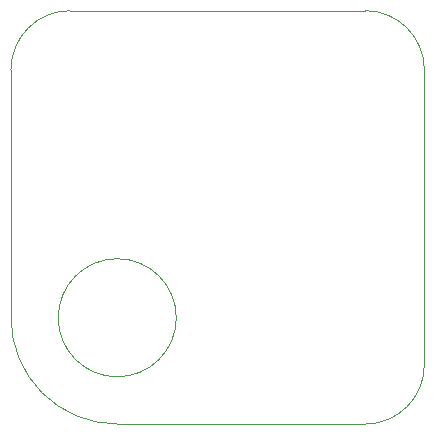
<source format=gbr>
G04 #@! TF.GenerationSoftware,KiCad,Pcbnew,(5.1.5-0-10_14)*
G04 #@! TF.CreationDate,2020-05-20T19:47:04+12:00*
G04 #@! TF.ProjectId,bluetooth-tracker,626c7565-746f-46f7-9468-2d747261636b,A*
G04 #@! TF.SameCoordinates,Original*
G04 #@! TF.FileFunction,Paste,Bot*
G04 #@! TF.FilePolarity,Positive*
%FSLAX46Y46*%
G04 Gerber Fmt 4.6, Leading zero omitted, Abs format (unit mm)*
G04 Created by KiCad (PCBNEW (5.1.5-0-10_14)) date 2020-05-20 19:47:04*
%MOMM*%
%LPD*%
G04 APERTURE LIST*
%ADD10C,0.100000*%
G04 APERTURE END LIST*
D10*
X69400000Y-72000000D02*
G75*
G03X69400000Y-72000000I-5000000J0D01*
G01*
X60400000Y-46000001D02*
X85400000Y-46000001D01*
X85399999Y-81000000D02*
X64400000Y-81000000D01*
X90399999Y-76000002D02*
G75*
G02X85399999Y-81000000I-4999999J1D01*
G01*
X90400000Y-51000001D02*
X90400000Y-76000000D01*
X85400000Y-46000001D02*
G75*
G02X90400000Y-51000001I0J-5000000D01*
G01*
X55400001Y-51000001D02*
G75*
G02X60400001Y-46000001I5000000J0D01*
G01*
X55400000Y-71999999D02*
X55400000Y-51000001D01*
X64399999Y-81000000D02*
G75*
G02X55400000Y-71999999I1J9000000D01*
G01*
M02*

</source>
